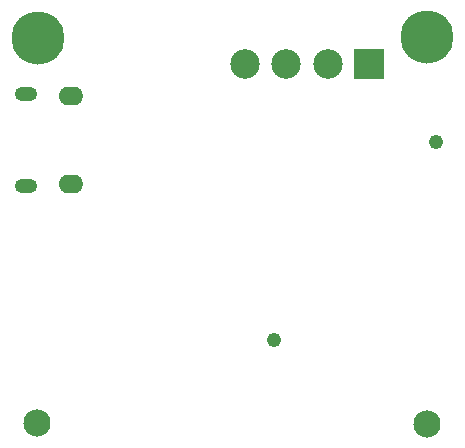
<source format=gbs>
G04 #@! TF.FileFunction,Soldermask,Bot*
%FSLAX46Y46*%
G04 Gerber Fmt 4.6, Leading zero omitted, Abs format (unit mm)*
G04 Created by KiCad (PCBNEW 4.0.7) date 12/31/17 08:13:57*
%MOMM*%
%LPD*%
G01*
G04 APERTURE LIST*
%ADD10C,0.100000*%
%ADD11C,1.244600*%
%ADD12C,2.301600*%
%ADD13C,4.501600*%
%ADD14C,2.501600*%
%ADD15R,2.501600X2.501600*%
%ADD16O,2.101600X1.551600*%
%ADD17O,1.901600X1.251600*%
G04 APERTURE END LIST*
D10*
D11*
X158724600Y-101447600D03*
X172466000Y-84683600D03*
D12*
X171704000Y-108534200D03*
X138684000Y-108483400D03*
D13*
X171678600Y-75793600D03*
X138709400Y-75869800D03*
D14*
X159751000Y-78092300D03*
X156251000Y-78092300D03*
X163251000Y-78092300D03*
D15*
X166751000Y-78092300D03*
D16*
X141545300Y-80780800D03*
X141520300Y-88230800D03*
D17*
X137720300Y-80630800D03*
X137720300Y-88380800D03*
M02*

</source>
